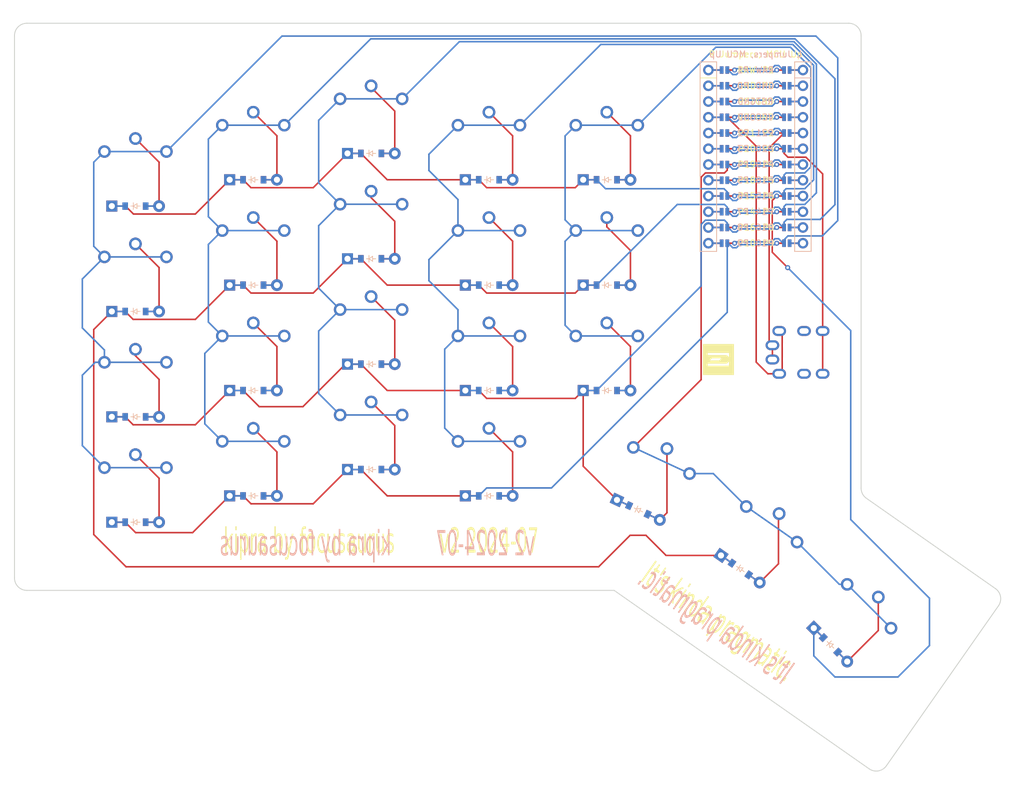
<source format=kicad_pcb>
(kicad_pcb (version 20240108) (generator "pcbnew") (generator_version "8.0")
  (title_block (title "kipra-v2") (rev "v1.0.0") (company "Unknown"))
  (layers (0 "F.Cu" signal) (31 "B.Cu" signal) (34 "B.Paste" user) (35 "F.Paste" user) (36 "B.SilkS" user "B.Silkscreen") (37 "F.SilkS" user "F.Silkscreen") (38 "B.Mask" user) (39 "F.Mask" user) (44 "Edge.Cuts" user))
  (net 0 "")
  (net 1 "P10")
  (net 2 "pinky_one")
  (net 3 "pinky_two")
  (net 4 "pinky_three")
  (net 5 "pinky_four")
  (net 6 "P16")
  (net 7 "ring_one")
  (net 8 "ring_two")
  (net 9 "ring_three")
  (net 10 "ring_four")
  (net 11 "P14")
  (net 12 "middle_one")
  (net 13 "middle_two")
  (net 14 "middle_three")
  (net 15 "middle_four")
  (net 16 "P15")
  (net 17 "index_one")
  (net 18 "index_two")
  (net 19 "index_three")
  (net 20 "index_four")
  (net 21 "P18")
  (net 22 "inner_two")
  (net 23 "inner_three")
  (net 24 "inner_four")
  (net 25 "P19")
  (net 26 "thumb_far")
  (net 27 "thumb_middle")
  (net 28 "thumb_near")
  (net 29 "P9")
  (net 30 "P8")
  (net 31 "P7")
  (net 32 "P6")
  (net 33 "RAW")
  (net 34 "GND")
  (net 35 "RST")
  (net 36 "VCC")
  (net 37 "P21")
  (net 38 "P20")
  (net 39 "P1")
  (net 40 "P0")
  (net 41 "P2")
  (net 42 "P3")
  (net 43 "P4")
  (net 44 "P5")
  (net 45 "MCU1_24")
  (net 46 "MCU1_1")
  (net 47 "MCU1_23")
  (net 48 "MCU1_2")
  (net 49 "MCU1_22")
  (net 50 "MCU1_3")
  (net 51 "MCU1_21")
  (net 52 "MCU1_4")
  (net 53 "MCU1_20")
  (net 54 "MCU1_5")
  (net 55 "MCU1_19")
  (net 56 "MCU1_6")
  (net 57 "MCU1_18")
  (net 58 "MCU1_7")
  (net 59 "MCU1_17")
  (net 60 "MCU1_8")
  (net 61 "MCU1_16")
  (net 62 "MCU1_9")
  (net 63 "MCU1_15")
  (net 64 "MCU1_10")
  (net 65 "MCU1_14")
  (net 66 "MCU1_11")
  (net 67 "MCU1_13")
  (net 68 "MCU1_12")
  (footprint "ComboDiode" (layer "F.Cu") (at 119.577344 83.319367)
    (property "Reference" "D6" (hide yes))
    (property "Value" "" (hide yes))
  )
  (footprint "ComboDiode" (layer "F.Cu") (at 119.577346 100.31936)
    (property "Reference" "D5" (hide yes))
    (property "Value" "" (hide yes))
  )
  (footprint "PG1350" (layer "F.Cu") (at 100.577343 99.569372)
    (property "Reference" "S1" (hide yes))
    (property "Value" "" (hide yes))
  )
  (footprint "PG1350" (layer "F.Cu") (at 157.577341 61.319373)
    (property "Reference" "S15" (hide yes))
    (property "Value" "" (hide yes))
  )
  (footprint "PG1350" (layer "F.Cu") (at 200.974542 108.020736 -35)
    (property "Reference" "S21" (hide yes))
    (property "Value" "" (hide yes))
  )
  (footprint "PG1350" (layer "F.Cu") (at 138.577339 40.069368)
    (property "Reference" "S12" (hide yes))
    (property "Value" "" (hide yes))
  )
  (footprint "PG1350" (layer "F.Cu") (at 157.57734 95.319368)
    (property "Reference" "S13" (hide yes))
    (property "Value" "" (hide yes))
  )
  (footprint "PG1350" (layer "F.Cu") (at 176.577342 44.319374)
    (property "Reference" "S19" (hide yes))
    (property "Value" "" (hide yes))
  )
  (footprint "ComboDiode" (layer "F.Cu") (at 198.106679 112.116498 -35)
    (property "Reference" "D21" (hide yes))
    (property "Value" "" (hide yes))
  )
  (footprint "PG1350" (layer "F.Cu") (at 119.577351 44.319361)
    (property "Reference" "S8" (hide yes))
    (property "Value" "" (hide yes))
  )
  (footprint "TRRS-PJ-320A-dual" (layer "F.Cu") (at 214.577343 78.319371 -90)
    (property "Reference" "TRRS1")
    (property "Value" "TRRS-PJ-320A-dual")
  )
  (footprint "ComboDiode" (layer "F.Cu") (at 119.577343 66.319378)
    (property "Reference" "D7" (hide yes))
    (property "Value" "" (hide yes))
  )
  (footprint "ComboDiode" (layer "F.Cu") (at 157.577344 83.319374)
    (property "Reference" "D14" (hide yes))
    (property "Value" "" (hide yes))
  )
  (footprint "PG1350" (layer "F.Cu") (at 100.577345 48.569371)
    (property "Reference" "S4" (hide yes))
    (property "Value" "" (hide yes))
  )
  (footprint "ComboDiode" (layer "F.Cu") (at 181.667163 102.588021 -25)
    (property "Reference" "D22" (hide yes))
    (property "Value" "" (hide yes))
  )
  (footprint "ComboDiode" (layer "F.Cu") (at 176.577344 66.319364)
    (property "Reference" "D18" (hide yes))
    (property "Value" "" (hide yes))
  )
  (footprint "ComboDiode" (layer "F.Cu") (at 176.577345 83.319369)
    (property "Reference" "D17" (hide yes))
    (property "Value" "" (hide yes))
  )
  (footprint "PG1350" (layer "F.Cu") (at 138.57735 57.069367)
    (property "Reference" "S11" (hide yes))
    (property "Value" "" (hide yes))
  )
  (footprint "ceoloide:utility_ergogen_logo" (layer "F.Cu") (at 194.577344 78.319367)
    (property "Reference" "LOGO1" (hide yes))
    (property "Value" "")
  )
  (footprint "PG1350" (layer "F.Cu") (at 216.177339 120.819379 -45)
    (property "Reference" "S20" (hide yes))
    (property "Value" "" (hide yes))
  )
  (footprint "ComboDiode" (layer "F.Cu") (at 176.577348 49.319366)
    (property "Reference" "D19" (hide yes))
    (property "Value" "" (hide yes))
  )
  (footprint "ceoloide:mcu_nice_nano" (layer "F.Cu") (at 200.577334 44.319369)
    (property "Reference" "MCU1" (hide yes))
    (property "Value" "")
  )
  (footprint "PG1350" (layer "F.Cu") (at 157.577342 44.319365)
    (property "Reference" "S16" (hide yes))
    (property "Value" "" (hide yes))
  )
  (footprint "ComboDiode" (layer "F.Cu") (at 100.577337 104.569367)
    (property "Reference" "D1" (hide yes))
    (property "Value" "" (hide yes))
  )
  (footprint "ComboDiode" (layer "F.Cu") (at 157.577343 100.319372)
    (property "Reference" "D13" (hide yes))
    (property "Value" "" (hide yes))
  )
  (footprint "ComboDiode" (layer "F.Cu") (at 100.577333 70.569376)
    (property "Reference" "D3" (hide yes))
    (property "Value" "" (hide yes))
  )
  (footprint "ComboDiode" (layer "F.Cu") (at 138.577335 62.069368)
    (property "Reference" "D11" (hide yes))
    (property "Value" "" (hide yes))
  )
  (footprint "ComboDiode" (layer "F.Cu") (at 157.577342 49.319371)
    (property "Reference" "D16" (hide yes))
    (property "Value" "" (hide yes))
  )
  (footprint "ComboDiode" (layer "F.Cu") (at 138.577347 79.06937)
    (property "Reference" "D10" (hide yes))
    (property "Value" "" (hide yes))
  )
  (footprint "ComboDiode" (layer "F.Cu") (at 212.641809 124.354901 -45)
    (property "Reference" "D20" (hide yes))
    (property "Value" "" (hide yes))
  )
  (footprint "PG1350" (layer "F.Cu") (at 183.780259 98.056473 -25)
    (property "Reference" "S22" (hide yes))
    (property "Value" "" (hide yes))
  )
  (footprint "PG1350" (layer "F.Cu") (at 119.577349 95.319372)
    (property "Reference" "S5" (hide yes))
    (property "Value" "" (hide yes))
  )
  (footprint "ComboDiode" (layer "F.Cu") (at 119.577335 49.319366)
    (property "Reference" "D8" (hide yes))
    (property "Value" "" (hide yes))
  )
  (footprint "PG1350" (layer "F.Cu") (at 100.57734 65.569376)
    (property "Reference" "S3" (hide yes))
    (property "Value" "" (hide yes))
  )
  (footprint "PG1350" (layer "F.Cu") (at 100.577343 82.569366)
    (property "Reference" "S2" (hide yes))
    (property "Value" "" (hide yes))
  )
  (footprint "ComboDiode" (layer "F.Cu") (at 138.577343 96.069376)
    (property "Reference" "D9" (hide yes))
    (property "Value" "" (hide yes))
  )
  (footprint "PG1350" (layer "F.Cu") (at 119.577338 78.319367)
    (property "Reference" "S6" (hide yes))
    (property "Value" "" (hide yes))
  )
  (footprint "ComboDiode" (layer "F.Cu") (at 157.577338 66.31937)
    (property "Reference" "D15" (hide yes))
    (property "Value" "" (hide yes))
  )
  (footprint "ComboDiode" (layer "F.Cu") (at 138.577345 45.069367)
    (property "Reference" "D12" (hide yes))
    (property "Value" "" (hide yes))
  )
  (footprint "ComboDiode" (layer "F.Cu") (at 100.577343 53.569367)
    (property "Reference" "D4" (hide yes))
    (property "Value" "" (hide yes))
  )
  (footprint "PG1350" (layer "F.Cu") (at 138.577345 91.069367)
    (property "Reference" "S9" (hide yes))
    (property "Value" "" (hide yes))
  )
  (footprint "PG1350" (layer "F.Cu") (at 176.577343 78.319367)
    (property "Reference" "S17" (hide yes))
    (property "Value" "" (hide yes))
  )
  (footprint "PG1350" (layer "F.Cu") (at 157.577342 78.319366)
    (property "Reference" "S14" (hide yes))
    (property "Value" "" (hide yes))
  )
  (footprint "PG1350" (layer "F.Cu") (at 119.577343 61.319369)
    (property "Reference" "S7" (hide yes))
    (property "Value" "" (hide yes))
  )
  (footprint "ComboDiode" (layer "F.Cu") (at 100.577335 87.569373)
    (property "Reference" "D2" (hide yes))
    (property "Value" "" (hide yes))
  )
  (footprint "PG1350" (layer "F.Cu") (at 138.577349 74.069366)
    (property "Reference" "S10" (hide yes))
    (property "Value" "" (hide yes))
  )
  (footprint "PG1350" (layer "F.Cu") (at 176.57735 61.319378)
    (property "Reference" "S18" (hide yes))
    (property "Value" "" (hide yes))
  )
  (gr_line (start 81.077341 113.569373) (end 81.077337 26.069374) (stroke (width 0.15)) (layer "Edge.Cuts"))
  (gr_arc (start 215.577349 24.069364) (mid 216.991569 24.655154) (end 217.57734 26.069373) (stroke (width 0.15)) (layer "Edge.Cuts"))
  (gr_arc (start 83.07734 115.569367) (mid 81.663129 114.983582) (end 81.077341 113.569373) (stroke (width 0.15)) (layer "Edge.Cuts"))
  (gr_line (start 83.077346 24.06937) (end 215.577349 24.069364) (stroke (width 0.15)) (layer "Edge.Cuts"))
  (gr_arc (start 81.077337 26.069374) (mid 81.663126 24.655154) (end 83.077346 24.06937) (stroke (width 0.15)) (layer "Edge.Cuts"))
  (gr_arc (start 221.655166 143.865015) (mid 220.364151 144.687484) (end 218.869697 144.356163) (stroke (width 0.15)) (layer "Edge.Cuts"))
  (gr_arc (start 239.231674 115.276268) (mid 240.054139 116.567281) (end 239.722817 118.06173) (stroke (width 0.15)) (layer "Edge.Cuts"))
  (gr_line (start 83.07734 115.569367) (end 177.757904 115.56937) (stroke (width 0.15)) (layer "Edge.Cuts"))
  (gr_line (start 177.757904 115.56937) (end 218.869697 144.356163) (stroke (width 0.15)) (layer "Edge.Cuts"))
  (gr_line (start 221.655166 143.865013) (end 239.722817 118.06173) (stroke (width 0.15)) (layer "Edge.Cuts"))
  (gr_arc (start 218.430191 100.710914) (mid 217.803323 99.996109) (end 217.577346 99.072614) (stroke (width 0.15)) (layer "Edge.Cuts"))
  (gr_line (start 217.577346 99.072614) (end 217.57734 26.069373) (stroke (width 0.15)) (layer "Edge.Cuts"))
  (gr_line (start 218.430192 100.710916) (end 239.231674 115.276268) (stroke (width 0.15)) (layer "Edge.Cuts"))
  (gr_text "It's kinda pragmatic." (at 194 121.25 -35) (layer "B.SilkS") (effects (font (size 4 2)) (justify mirror)))
  (gr_text "kipra by focusaurus" (at 128 108.25 0) (layer "B.SilkS") (effects (font (size 4 2)) (justify mirror)))
  (gr_text "v2 2024-07" (at 157 108.25 0) (layer "B.SilkS") (effects (font (size 4 2)) (justify mirror)))
  (gr_text "It's kinda pragmatic." (at 194.577343 120.819371 -35) (layer "F.SilkS") (effects (font (size 4 2))))
  (gr_text "kipra by focusaurus" (at 128.577336 107.819369 0) (layer "F.SilkS") (effects (font (size 4 2))))
  (gr_text "v2 2024-07" (at 157.577339 107.819369 0) (layer "F.SilkS") (effects (font (size 4 2))))
  (segment (start 195.997347 59.559369) (end 197.177341 59.559369) (width 0.25) (layer "F.Cu") (net 1))
  (segment (start 92.017349 65.329369) (end 92.017341 73.229364) (width 0.25) (layer "B.Cu") (net 1))
  (segment (start 95.577346 78.769369) (end 105.577341 78.769367) (width 0.25) (layer "B.Cu") (net 1))
  (segment (start 95.577345 44.769367) (end 93.851447 46.495277) (width 0.25) (layer "B.Cu") (net 1))
  (segment (start 93.851447 46.495277) (end 93.851445 60.043464) (width 0.25) (layer "B.Cu") (net 1))
  (segment (start 95.577344 95.769371) (end 105.577345 95.769362) (width 0.25) (layer "B.Cu") (net 1))
  (segment (start 205.002643 59.157357) (end 205.002643 59.559371) (width 0.25) (layer "B.Cu") (net 1))
  (segment (start 92.017338 80.849367) (end 94.097341 78.769366) (width 0.25) (layer "B.Cu") (net 1))
  (segment (start 205.775631 58.384369) (end 205.002643 59.157357) (width 0.25) (layer "B.Cu") (net 1))
  (segment (start 205.002643 59.559371) (end 204.277646 58.834362) (width 0.25) (layer "B.Cu") (net 1))
  (segment (start 105.577345 44.769371) (end 124.206716 26.14) (width 0.25) (layer "B.Cu") (net 1))
  (segment (start 93.851445 60.043464) (end 95.577341 61.769372) (width 0.25) (layer "B.Cu") (net 1))
  (segment (start 203.172037 59.339372) (end 197.397344 59.339368) (width 0.25) (layer "B.Cu") (net 1))
  (segment (start 210.292792 26.14) (end 213.81 29.657208) (width 0.25) (layer "B.Cu") (net 1))
  (segment (start 213.81 29.657208) (end 213.81 55.905932) (width 0.25) (layer "B.Cu") (net 1))
  (segment (start 95.577345 44.769367) (end 105.57734 44.769369) (width 0.25) (layer "B.Cu") (net 1))
  (segment (start 213.81 55.905932) (end 211.331563 58.384369) (width 0.25) (layer "B.Cu") (net 1))
  (segment (start 204.277646 58.834362) (end 203.677033 58.834368) (width 0.25) (layer "B.Cu") (net 1))
  (segment (start 92.017337 92.209373) (end 92.017338 80.849367) (width 0.25) (layer "B.Cu") (net 1))
  (segment (start 95.577343 76.78937) (end 95.577346 78.769369) (width 0.25) (layer "B.Cu") (net 1))
  (segment (start 205.352348 59.559371) (end 205.002643 59.559371) (width 0.25) (layer "B.Cu") (net 1))
  (segment (start 211.331563 58.384369) (end 205.775631 58.384369) (width 0.25) (layer "B.Cu") (net 1))
  (segment (start 203.677033 58.834368) (end 203.172037 59.339372) (width 0.25) (layer "B.Cu") (net 1))
  (segment (start 92.017341 73.229364) (end 95.577343 76.78937) (width 0.25) (layer "B.Cu") (net 1))
  (segment (start 94.097341 78.769366) (end 95.577346 78.769369) (width 0.25) (layer "B.Cu") (net 1))
  (segment (start 95.577341 61.769372) (end 105.57735 61.769367) (width 0.25) (layer "B.Cu") (net 1))
  (segment (start 95.577344 95.769371) (end 92.017337 92.209373) (width 0.25) (layer "B.Cu") (net 1))
  (segment (start 95.577341 61.769372) (end 92.017349 65.329369) (width 0.25) (layer "B.Cu") (net 1))
  (segment (start 124.206716 26.14) (end 210.292792 26.14) (width 0.25) (layer "B.Cu") (net 1))
  (segment (start 104.387337 97.479366) (end 104.387337 104.569367) (width 0.25) (layer "F.Cu") (net 2))
  (segment (start 100.577343 93.669372) (end 104.387337 97.479366) (width 0.25) (layer "F.Cu") (net 2))
  (segment (start 104.387337 104.569367) (end 102.227337 104.569367) (width 0.25) (layer "F.Cu") (net 2))
  (segment (start 102.227341 104.569366) (end 104.387343 104.569366) (width 0.25) (layer "B.Cu") (net 2))
  (segment (start 104.387335 81.527335) (end 104.387335 87.569373) (width 0.25) (layer "F.Cu") (net 3))
  (segment (start 100.577343 76.669366) (end 100.577343 77.717343) (width 0.25) (layer "F.Cu") (net 3))
  (segment (start 100.577343 77.717343) (end 104.387335 81.527335) (width 0.25) (layer "F.Cu") (net 3))
  (segment (start 102.227335 87.569373) (end 104.387335 87.569373) (width 0.25) (layer "F.Cu") (net 3))
  (segment (start 102.227337 87.569365) (end 104.387337 87.569365) (width 0.25) (layer "B.Cu") (net 3))
  (segment (start 104.387333 63.479369) (end 104.387333 70.569376) (width 0.25) (layer "F.Cu") (net 4))
  (segment (start 100.57734 59.669376) (end 104.387333 63.479369) (width 0.25) (layer "F.Cu") (net 4))
  (segment (start 102.227333 70.569376) (end 104.387333 70.569376) (width 0.25) (layer "F.Cu") (net 4))
  (segment (start 102.227339 70.569367) (end 104.387346 70.569367) (width 0.25) (layer "B.Cu") (net 4))
  (segment (start 100.577345 42.669371) (end 104.387343 46.479369) (width 0.25) (layer "F.Cu") (net 5))
  (segment (start 102.227343 53.569367) (end 104.387343 53.569367) (width 0.25) (layer "F.Cu") (net 5))
  (segment (start 104.387343 46.479369) (end 104.387343 53.569367) (width 0.25) (layer "F.Cu") (net 5))
  (segment (start 102.227343 53.569372) (end 104.387345 53.569366) (width 0.25) (layer "B.Cu") (net 5))
  (segment (start 195.997348 57.019367) (end 197.177347 57.019374) (width 0.25) (layer "F.Cu") (net 6))
  (segment (start 114.577341 74.519367) (end 124.577341 74.519371) (width 0.25) (layer "B.Cu") (net 6))
  (segment (start 112.337349 72.279374) (end 112.337342 59.759365) (width 0.25) (layer "B.Cu") (net 6))
  (segment (start 205.002645 57.019372) (end 204.277647 56.294368) (width 0.25) (layer "B.Cu") (net 6))
  (segment (start 114.577347 91.519371) (end 124.577348 91.519371) (width 0.25) (layer "B.Cu") (net 6))
  (segment (start 124.577348 91.519371) (end 124.577349 91.519372) (width 0.25) (layer "B.Cu") (net 6))
  (segment (start 114.577349 57.519369) (end 124.577344 57.519367) (width 0.25) (layer "B.Cu") (net 6))
  (segment (start 203.172037 56.799364) (end 197.39734 56.799368) (width 0.25) (layer "B.Cu") (net 6))
  (segment (start 112.337349 55.279365) (end 112.337348 42.759373) (width 0.25) (layer "B.Cu") (net 6))
  (segment (start 114.577349 57.519369) (end 112.337349 55.279365) (width 0.25) (layer "B.Cu") (net 6))
  (segment (start 138.506712 26.59) (end 206.93 26.59) (width 0.25) (layer "B.Cu") (net 6))
  (segment (start 112.337342 59.759365) (end 114.577349 57.519369) (width 0.25) (layer "B.Cu") (net 6))
  (segment (start 111.76 88.702024) (end 111.76 77.336702) (width 0.25) (layer "B.Cu") (net 6))
  (segment (start 205.607166 55.719536) (end 205.157333 56.169369) (width 0.25) (layer "B.Cu") (net 6))
  (segment (start 203.677038 56.294372) (end 203.172037 56.799364) (width 0.25) (layer "B.Cu") (net 6))
  (segment (start 112.337348 42.759373) (end 114.577343 40.51937) (width 0.25) (layer "B.Cu") (net 6))
  (segment (start 114.577347 91.519371) (end 111.76 88.702024) (width 0.25) (layer "B.Cu") (net 6))
  (segment (start 114.577341 74.519367) (end 112.337349 72.279374) (width 0.25) (layer "B.Cu") (net 6))
  (segment (start 114.577343 40.51937) (end 124.577342 40.519369) (width 0.25) (layer "B.Cu") (net 6))
  (segment (start 111.76 77.336702) (end 114.577336 74.519366) (width 0.25) (layer "B.Cu") (net 6))
  (segment (start 210.980464 55.719536) (end 205.607166 55.719536) (width 0.25) (layer "B.Cu") (net 6))
  (segment (start 206.93 26.59) (end 213.36 33.02) (width 0.25) (layer "B.Cu") (net 6))
  (segment (start 205.157333 56.169369) (end 205.157333 57.019369) (width 0.25) (layer "B.Cu") (net 6))
  (segment (start 124.577351 40.519361) (end 138.506712 26.59) (width 0.25) (layer "B.Cu") (net 6))
  (segment (start 213.36 53.34) (end 210.980464 55.719536) (width 0.25) (layer "B.Cu") (net 6))
  (segment (start 205.352346 57.019374) (end 205.002645 57.019372) (width 0.25) (layer "B.Cu") (net 6))
  (segment (start 204.277647 56.294368) (end 203.677038 56.294372) (width 0.25) (layer "B.Cu") (net 6))
  (segment (start 213.36 33.02) (end 213.36 53.34) (width 0.25) (layer "B.Cu") (net 6))
  (segment (start 123.387346 100.31936) (end 121.227346 100.31936) (width 0.25) (layer "F.Cu") (net 7))
  (segment (start 119.577349 89.419372) (end 123.387346 93.229369) (width 0.25) (layer "F.Cu") (net 7))
  (segment (start 123.387346 93.229369) (end 123.387346 100.31936) (width 0.25) (layer "F.Cu") (net 7))
  (segment (start 121.227338 100.319365) (end 123.387347 100.319364) (width 0.25) (layer "B.Cu") (net 7))
  (segment (start 123.387344 76.229373) (end 123.387344 83.319367) (width 0.25) (layer "F.Cu") (net 8))
  (segment (start 119.577338 72.419367) (end 123.387344 76.229373) (width 0.25) (layer "F.Cu") (net 8))
  (segment (start 121.227344 83.319367) (end 123.387344 83.319367) (width 0.25) (layer "F.Cu") (net 8))
  (segment (start 121.227347 83.319374) (end 123.387341 83.319367) (width 0.25) (layer "B.Cu") (net 8))
  (segment (start 119.577343 55.419369) (end 123.387343 59.229369) (width 0.25) (layer "F.Cu") (net 9))
  (segment (start 121.227343 66.319378) (end 123.387343 66.319378) (width 0.25) (layer "F.Cu") (net 9))
  (segment (start 123.387343 59.229369) (end 123.387343 66.319378) (width 0.25) (layer "F.Cu") (net 9))
  (segment (start 121.227344 66.319369) (end 123.387341 66.319366) (width 0.25) (layer "B.Cu") (net 9))
  (segment (start 119.577351 38.419361) (end 123.387335 42.229345) (width 0.25) (layer "F.Cu") (net 10))
  (segment (start 123.387335 42.229345) (end 123.387335 49.319366) (width 0.25) (layer "F.Cu") (net 10))
  (segment (start 121.227335 49.319366) (end 123.387335 49.319366) (width 0.25) (layer "F.Cu") (net 10))
  (segment (start 121.227343 49.319366) (end 123.387347 49.319373) (width 0.25) (layer "B.Cu") (net 10))
  (segment (start 195.997343 54.479368) (end 197.177346 54.479371) (width 0.25) (layer "F.Cu") (net 11))
  (segment (start 130.117349 39.72937) (end 133.577342 36.269364) (width 0.25) (layer "B.Cu") (net 11))
  (segment (start 205.002643 54.479376) (end 204.277654 53.754362) (width 0.25) (layer "B.Cu") (net 11))
  (segment (start 205.352337 54.479367) (end 205.002643 54.479376) (width 0.25) (layer "B.Cu") (net 11))
  (segment (start 203.17204 54.25937) (end 197.397349 54.259376) (width 0.25) (layer "B.Cu") (net 11))
  (segment (start 130.117348 49.809367) (end 130.117349 39.72937) (width 0.25) (layer "B.Cu") (net 11))
  (segment (start 133.577339 87.269367) (end 143.577349 87.26937) (width 0.25) (layer "B.Cu") (net 11))
  (segment (start 205.157334 53.629369) (end 205.157334 54.479369) (width 0.25) (layer "B.Cu") (net 11))
  (segment (start 133.57734 53.269365) (end 143.577345 53.269372) (width 0.25) (layer "B.Cu") (net 11))
  (segment (start 130.117339 73.72937) (end 133.577342 70.269362) (width 0.25) (layer "B.Cu") (net 11))
  (segment (start 130.117348 56.729368) (end 133.57734 53.269365) (width 0.25) (layer "B.Cu") (net 11))
  (segment (start 133.57734 53.269365) (end 130.117348 49.809367) (width 0.25) (layer "B.Cu") (net 11))
  (segment (start 133.577342 36.269364) (end 143.577337 36.269367) (width 0.25) (layer "B.Cu") (net 11))
  (segment (start 208.494035 53.304369) (end 205.482334 53.304369) (width 0.25) (layer "B.Cu") (net 11))
  (segment (start 133.577342 70.269362) (end 143.577347 70.269374) (width 0.25) (layer "B.Cu") (net 11))
  (segment (start 204.277654 53.754362) (end 203.677042 53.754374) (width 0.25) (layer "B.Cu") (net 11))
  (segment (start 152.806707 27.04) (end 206.743604 27.04) (width 0.25) (layer "B.Cu") (net 11))
  (segment (start 130.117339 83.809373) (end 130.117339 73.72937) (width 0.25) (layer "B.Cu") (net 11))
  (segment (start 210.37 30.666396) (end 210.37 51.428404) (width 0.25) (layer "B.Cu") (net 11))
  (segment (start 133.577342 70.269362) (end 130.117346 66.809369) (width 0.25) (layer "B.Cu") (net 11))
  (segment (start 130.117346 66.809369) (end 130.117348 56.729368) (width 0.25) (layer "B.Cu") (net 11))
  (segment (start 210.37 51.428404) (end 208.494035 53.304369) (width 0.25) (layer "B.Cu") (net 11))
  (segment (start 206.743604 27.04) (end 210.37 30.666396) (width 0.25) (layer "B.Cu") (net 11))
  (segment (start 133.577339 87.269367) (end 130.117339 83.809373) (width 0.25) (layer "B.Cu") (net 11))
  (segment (start 205.482334 53.304369) (end 205.157334 53.629369) (width 0.25) (layer "B.Cu") (net 11))
  (segment (start 143.577339 36.269368) (end 152.806707 27.04) (width 0.25) (layer "B.Cu") (net 11))
  (segment (start 203.677042 53.754374) (end 203.17204 54.25937) (width 0.25) (layer "B.Cu") (net 11))
  (segment (start 142.387343 88.979365) (end 142.387343 96.069376) (width 0.25) (layer "F.Cu") (net 12))
  (segment (start 140.227343 96.069376) (end 142.387343 96.069376) (width 0.25) (layer "F.Cu") (net 12))
  (segment (start 138.577345 85.169367) (end 142.387343 88.979365) (width 0.25) (layer "F.Cu") (net 12))
  (segment (start 142.387342 96.069374) (end 140.227343 96.069372) (width 0.25) (layer "B.Cu") (net 12))
  (segment (start 142.387347 79.06937) (end 140.227347 79.06937) (width 0.25) (layer "F.Cu") (net 13))
  (segment (start 142.387347 71.979364) (end 142.387347 79.06937) (width 0.25) (layer "F.Cu") (net 13))
  (segment (start 138.577349 68.169366) (end 142.387347 71.979364) (width 0.25) (layer "F.Cu") (net 13))
  (segment (start 140.227336 79.069371) (end 142.387345 79.069371) (width 0.25) (layer "B.Cu") (net 13))
  (segment (start 138.57735 51.169367) (end 138.57735 52.21735) (width 0.25) (layer "F.Cu") (net 14))
  (segment (start 142.387335 56.027335) (end 142.387335 62.069368) (width 0.25) (layer "F.Cu") (net 14))
  (segment (start 138.57735 52.21735) (end 142.387335 56.027335) (width 0.25) (layer "F.Cu") (net 14))
  (segment (start 142.387335 62.069368) (end 140.227335 62.069368) (width 0.25) (layer "F.Cu") (net 14))
  (segment (start 140.227343 62.069367) (end 142.387342 62.069364) (width 0.25) (layer "B.Cu") (net 14))
  (segment (start 138.577339 34.437339) (end 142.387345 38.247345) (width 0.25) (layer "F.Cu") (net 15))
  (segment (start 138.577339 34.169368) (end 138.577339 34.437339) (width 0.25) (layer "F.Cu") (net 15))
  (segment (start 142.387345 38.247345) (end 142.387345 45.069367) (width 0.25) (layer "F.Cu") (net 15))
  (segment (start 142.387345 45.069367) (end 140.227345 45.069367) (width 0.25) (layer "F.Cu") (net 15))
  (segment (start 140.227345 45.069367) (end 142.387345 45.069367) (width 0.25) (layer "B.Cu") (net 15))
  (segment (start 195.997334 51.939366) (end 197.177346 51.939368) (width 0.25) (layer "F.Cu") (net 16))
  (segment (start 203.677051 51.214374) (end 203.172039 51.719368) (width 0.25) (layer "B.Cu") (net 16))
  (segment (start 205.157334 51.089369) (end 205.157334 51.939369) (width 0.25) (layer "B.Cu") (net 16))
  (segment (start 205.002646 51.939368) (end 204.277645 51.214367) (width 0.25) (layer "B.Cu") (net 16))
  (segment (start 175.606707 27.49) (end 206.557208 27.49) (width 0.25) (layer "B.Cu") (net 16))
  (segment (start 152.577344 91.519368) (end 162.577347 91.519365) (width 0.25) (layer "B.Cu") (net 16))
  (segment (start 147.897344 65.60938) (end 147.897344 62.199368) (width 0.25) (layer "B.Cu") (net 16))
  (segment (start 205.352344 51.939365) (end 205.002646 51.939368) (width 0.25) (layer "B.Cu") (net 16))
  (segment (start 203.172039 51.719368) (end 197.39734 51.719373) (width 0.25) (layer "B.Cu") (net 16))
  (segment (start 204.277645 51.214367) (end 203.677051 51.214374) (width 0.25) (layer "B.Cu") (net 16))
  (segment (start 209.92 49.338402) (end 208.494033 50.764369) (width 0.25) (layer "B.Cu") (net 16))
  (segment (start 147.897345 45.199375) (end 152.577345 40.519372) (width 0.25) (layer "B.Cu") (net 16))
  (segment (start 206.557208 27.49) (end 209.92 30.852792) (width 0.25) (layer "B.Cu") (net 16))
  (segment (start 162.577342 40.519365) (end 175.606707 27.49) (width 0.25) (layer "B.Cu") (net 16))
  (segment (start 209.92 30.852792) (end 209.92 49.338402) (width 0.25) (layer "B.Cu") (net 16))
  (segment (start 152.577345 40.519372) (end 162.577349 40.519375) (width 0.25) (layer "B.Cu") (net 16))
  (segment (start 150.437343 89.37937) (end 150.43735 76.65937) (width 0.25) (layer "B.Cu") (net 16))
  (segment (start 208.494033 50.764369) (end 205.482334 50.764369) (width 0.25) (layer "B.Cu") (net 16))
  (segment (start 152.577351 57.519365) (end 162.577353 57.519372) (width 0.25) (layer "B.Cu") (net 16))
  (segment (start 152.577344 91.519368) (end 150.437343 89.37937) (width 0.25) (layer "B.Cu") (net 16))
  (segment (start 152.577338 52.509367) (end 147.897351 47.829365) (width 0.25) (layer "B.Cu") (net 16))
  (segment (start 150.43735 76.65937) (end 152.577344 74.519371) (width 0.25) (layer "B.Cu") (net 16))
  (segment (start 152.577343 70.289371) (end 147.897344 65.60938) (width 0.25) (layer "B.Cu") (net 16))
  (segment (start 152.577351 57.519365) (end 152.577338 52.509367) (width 0.25) (layer "B.Cu") (net 16))
  (segment (start 152.577344 74.519371) (end 162.577348 74.519368) (width 0.25) (layer "B.Cu") (net 16))
  (segment (start 205.482334 50.764369) (end 205.157334 51.089369) (width 0.25) (layer "B.Cu") (net 16))
  (segment (start 147.897351 47.829365) (end 147.897345 45.199375) (width 0.25) (layer "B.Cu") (net 16))
  (segment (start 152.577344 74.519371) (end 152.577343 70.289371) (width 0.25) (layer "B.Cu") (net 16))
  (segment (start 147.897344 62.199368) (end 152.577351 57.519365) (width 0.25) (layer "B.Cu") (net 16))
  (segment (start 161.387343 93.229371) (end 161.387343 100.319372) (width 0.25) (layer "F.Cu") (net 17))
  (segment (start 157.57734 89.419368) (end 161.387343 93.229371) (width 0.25) (layer "F.Cu") (net 17))
  (segment (start 159.227343 100.319372) (end 161.387343 100.319372) (width 0.25) (layer "F.Cu") (net 17))
  (segment (start 161.387346 100.319373) (end 159.22734 100.319372) (width 0.25) (layer "B.Cu") (net 17))
  (segment (start 161.387344 83.319374) (end 159.227344 83.319374) (width 0.25) (layer "F.Cu") (net 18))
  (segment (start 157.577342 72.419366) (end 161.387344 76.229368) (width 0.25) (layer "F.Cu") (net 18))
  (segment (start 161.387344 76.229368) (end 161.387344 83.319374) (width 0.25) (layer "F.Cu") (net 18))
  (segment (start 159.227344 83.319374) (end 161.387344 83.319374) (width 0.25) (layer "B.Cu") (net 18))
  (segment (start 157.577341 55.419373) (end 161.387338 59.22937) (width 0.25) (layer "F.Cu") (net 19))
  (segment (start 161.387338 66.31937) (end 159.227338 66.31937) (width 0.25) (layer "F.Cu") (net 19))
  (segment (start 161.387338 59.22937) (end 161.387338 66.31937) (width 0.25) (layer "F.Cu") (net 19))
  (segment (start 159.227338 66.31937) (end 161.387338 66.31937) (width 0.25) (layer "B.Cu") (net 19))
  (segment (start 161.387342 42.229365) (end 161.387342 49.319371) (width 0.25) (layer "F.Cu") (net 20))
  (segment (start 157.577342 38.419365) (end 161.387342 42.229365) (width 0.25) (layer "F.Cu") (net 20))
  (segment (start 161.387342 49.319371) (end 159.227342 49.319371) (width 0.25) (layer "F.Cu") (net 20))
  (segment (start 159.227342 49.319371) (end 161.387342 49.319371) (width 0.25) (layer "B.Cu") (net 20))
  (segment (start 195.997349 49.399369) (end 197.177342 49.399368) (width 0.25) (layer "F.Cu") (net 21))
  (segment (start 204.277646 48.674364) (end 203.677041 48.674363) (width 0.25) (layer "B.Cu") (net 21))
  (segment (start 171.577341 40.519371) (end 181.577349 40.519364) (width 0.25) (layer "B.Cu") (net 21))
  (segment (start 169.851443 42.245272) (end 171.577341 40.519371) (width 0.25) (layer "B.Cu") (net 21))
  (segment (start 171.577343 74.519367) (end 181.577345 74.519373) (width 0.25) (layer "B.Cu") (net 21))
  (segment (start 209.47 47.248404) (end 208.494035 48.224369) (width 0.25) (layer "B.Cu") (net 21))
  (segment (start 205.002643 49.399378) (end 204.277646 48.674364) (width 0.25) (layer "B.Cu") (net 21))
  (segment (start 169.851449 72.793469) (end 169.851443 59.245276) (width 0.25) (layer "B.Cu") (net 21))
  (segment (start 206.179666 27.94) (end 209.47 31.230334) (width 0.25) (layer "B.Cu") (net 21))
  (segment (start 205.157333 48.549371) (end 205.157333 49.399371) (width 0.25) (layer "B.Cu") (net 21))
  (segment (start 171.577343 74.519367) (end 169.851449 72.793469) (width 0.25) (layer "B.Cu") (net 21))
  (segment (start 171.577346 57.519365) (end 169.851446 55.793466) (width 0.25) (layer "B.Cu") (net 21))
  (segment (start 205.482335 48.224369) (end 205.157333 48.549371) (width 0.25) (layer "B.Cu") (net 21))
  (segment (start 208.494035 48.224369) (end 205.482335 48.224369) (width 0.25) (layer "B.Cu") (net 21))
  (segment (start 209.47 31.230334) (end 209.47 47.248404) (width 0.25) (layer "B.Cu") (net 21))
  (segment (start 169.851446 55.793466) (end 169.851443 42.245272) (width 0.25) (layer "B.Cu") (net 21))
  (segment (start 203.677041 48.674363) (end 203.172045 49.17937) (width 0.25) (layer "B.Cu") (net 21))
  (segment (start 171.577346 57.519365) (end 181.577347 57.51937) (width 0.25) (layer "B.Cu") (net 21))
  (segment (start 203.172045 49.17937) (end 197.397338 49.17937) (width 0.25) (layer "B.Cu") (net 21))
  (segment (start 205.352344 49.399368) (end 205.002643 49.399378) (width 0.25) (layer "B.Cu") (net 21))
  (segment (start 181.577342 40.519374) (end 194.156716 27.94) (width 0.25) (layer "B.Cu") (net 21))
  (segment (start 194.156716 27.94) (end 206.179666 27.94) (width 0.25) (layer "B.Cu") (net 21))
  (segment (start 169.851443 59.245276) (end 171.577346 57.519365) (width 0.25) (layer "B.Cu") (net 21))
  (segment (start 178.227345 83.319369) (end 180.387345 83.319369) (width 0.25) (layer "F.Cu") (net 22))
  (segment (start 180.387345 76.229369) (end 180.387345 83.319369) (width 0.25) (layer "F.Cu") (net 22))
  (segment (start 176.577343 72.419367) (end 180.387345 76.229369) (width 0.25) (layer "F.Cu") (net 22))
  (segment (start 180.387346 83.319368) (end 178.227341 83.319368) (width 0.25) (layer "B.Cu") (net 22))
  (segment (start 180.387346 60.726662) (end 176.577344 56.91666) (width 0.25) (layer "F.Cu") (net 23))
  (segment (start 180.387346 66.319367) (end 180.387346 60.726662) (width 0.25) (layer "F.Cu") (net 23))
  (segment (start 178.227344 66.319364) (end 180.387344 66.319364) (width 0.25) (layer "F.Cu") (net 23))
  (segment (start 176.577344 56.91666) (end 176.577344 55.419376) (width 0.25) (layer "F.Cu") (net 23))
  (segment (start 178.227344 66.31937) (end 180.387346 66.319367) (width 0.25) (layer "B.Cu") (net 23))
  (segment (start 180.387348 42.22938) (end 180.387348 49.319366) (width 0.25) (layer "F.Cu") (net 24))
  (segment (start 178.227341 49.319368) (end 180.387341 49.319369) (width 0.25) (layer "F.Cu") (net 24))
  (segment (start 176.577342 38.419374) (end 180.387348 42.22938) (width 0.25) (layer "F.Cu") (net 24))
  (segment (start 180.387341 49.319369) (end 178.227341 49.319368) (width 0.25) (layer "B.Cu") (net 24))
  (segment (start 192.470633 48.224369) (end 195.544369 48.224369) (width 0.25) (layer "F.Cu") (net 25))
  (segment (start 195.997332 46.859371) (end 197.177337 46.859369) (width 0.25) (layer "F.Cu") (net 25))
  (segment (start 191.782334 48.912668) (end 192.470633 48.224369) (width 0.25) (layer "F.Cu") (net 25))
  (segment (start 180.854669 92.499412) (end 191.782334 81.571747) (width 0.25) (layer "F.Cu") (net 25))
  (segment (start 195.544369 48.224369) (end 195.997334 47.771404) (width 0.25) (layer "F.Cu") (net 25))
  (segment (start 191.782334 81.571747) (end 191.782334 48.912668) (width 0.25) (layer "F.Cu") (net 25))
  (segment (start 195.997334 47.771404) (end 195.997334 46.859369) (width 0.25) (layer "F.Cu") (net 25))
  (segment (start 205.002651 46.859369) (end 204.277647 46.134365) (width 0.25) (layer "B.Cu") (net 25))
  (segment (start 199.058375 102.040077) (end 207.249887 107.77584) (width 0.25) (layer "B.Cu") (net 25))
  (segment (start 205.35234 46.859371) (end 205.002651 46.859369) (width 0.25) (layer "B.Cu") (net 25))
  (segment (start 207.249895 107.775838) (end 214.07089 114.596836) (width 0.25) (layer "B.Cu") (net 25))
  (segment (start 180.854665 92.499417) (end 189.917744 96.725598) (width 0.25) (layer "B.Cu") (net 25))
  (segment (start 215.328804 114.596828) (end 222.399876 121.667896) (width 0.25) (layer "B.Cu") (net 25))
  (segment (start 222.399876 121.667896) (end 222.399874 121.667897) (width 0.25) (layer "B.Cu") (net 25))
  (segment (start 203.17204 46.63937) (end 197.397343 46.639369) (width 0.25) (layer "B.Cu") (net 25))
  (segment (start 204.277647 46.134365) (end 203.677034 46.134362) (width 0.25) (layer "B.Cu") (net 25))
  (segment (start 189.917744 96.725598) (end 189.917743 96.7256) (width 0.25) (layer "B.Cu") (net 25))
  (segment (start 193.7439 96.725598) (end 199.058375 102.04008) (width 0.25) (layer "B.Cu") (net 25))
  (segment (start 214.07089 114.596836) (end 215.328808 114.596836) (width 0.25) (layer "B.Cu") (net 25))
  (segment (start 207.249887 107.77584) (end 207.249889 107.775841) (width 0.25) (layer "B.Cu") (net 25))
  (segment (start 203.677034 46.134362) (end 203.17204 46.63937) (width 0.25) (layer "B.Cu") (net 25))
  (segment (start 189.917748 96.725603) (end 193.7439 96.725598) (width 0.25) (layer "B.Cu") (net 25))
  (segment (start 215.335886 127.048978) (end 220.349269 122.035595) (width 0.25) (layer "F.Cu") (net 26))
  (segment (start 215.335886 127.048971) (end 215.335889 127.048978) (width 0.25) (layer "F.Cu") (net 26))
  (segment (start 213.808527 125.521627) (end 215.335886 127.048971) (width 0.25) (layer "F.Cu") (net 26))
  (segment (start 220.349269 122.035595) (end 220.349269 116.647449) (width 0.25) (layer "F.Cu") (net 26))
  (segment (start 213.808527 125.521627) (end 215.335886 127.048971) (width 0.25) (layer "B.Cu") (net 26))
  (segment (start 215.335886 127.048971) (end 215.335889 127.048978) (width 0.25) (layer "B.Cu") (net 26))
  (segment (start 199.458268 113.062899) (end 201.227632 114.301819) (width 0.25) (layer "F.Cu") (net 27))
  (segment (start 204.253976 111.275496) (end 204.253976 103.292406) (width 0.25) (layer "F.Cu") (net 27))
  (segment (start 201.227632 114.301819) (end 201.227631 114.301826) (width 0.25) (layer "F.Cu") (net 27))
  (segment (start 204.253976 103.292406) (end 204.358643 103.187739) (width 0.25) (layer "F.Cu") (net 27))
  (segment (start 201.227648 114.301824) (end 204.253976 111.275496) (width 0.25) (layer "F.Cu") (net 27))
  (segment (start 201.227632 114.301819) (end 201.227631 114.301826) (width 0.25) (layer "B.Cu") (net 27))
  (segment (start 199.458268 113.062899) (end 201.227632 114.301819) (width 0.25) (layer "B.Cu") (net 27))
  (segment (start 185.120198 104.198203) (end 183.162579 103.285344) (width 0.25) (layer "F.Cu") (net 28))
  (segment (start 186.273707 103.044684) (end 186.273707 92.709257) (width 0.25) (layer "F.Cu") (net 28))
  (segment (start 183.162579 103.285344) (end 183.162578 103.285344) (width 0.25) (layer "F.Cu") (net 28))
  (segment (start 185.120196 104.198195) (end 186.273707 103.044684) (width 0.25) (layer "F.Cu") (net 28))
  (segment (start 185.120196 104.198201) (end 185.120198 104.198203) (width 0.25) (layer "B.Cu") (net 28))
  (segment (start 183.162578 103.285344) (end 185.120196 104.198201) (width 0.25) (layer "B.Cu") (net 28))
  (segment (start 205.15734 59.55937) (end 203.97734 59.559364) (width 0.25) (layer "F.Cu") (net 29))
  (segment (start 98.927339 104.569368) (end 96.767343 104.569368) (width 0.25) (layer "F.Cu") (net 29))
  (segment (start 115.727346 100.319368) (end 115.767344 100.319374) (width 0.25) (layer "F.Cu") (net 29))
  (segment (start 129.239843 101.596873) (end 119.204842 101.596875) (width 0.25) (layer "F.Cu") (net 29))
  (segment (start 134.767351 96.069374) (end 129.239843 101.596873) (width 0.25) (layer "F.Cu") (net 29))
  (segment (start 115.767344 100.319374) (end 117.927345 100.319371) (width 0.25) (layer "F.Cu") (net 29))
  (segment (start 100.607338 106.249369) (end 109.797334 106.24938) (width 0.25) (layer "F.Cu") (net 29))
  (segment (start 153.76734 100.31937) (end 141.177346 100.319362) (width 0.25) (layer "F.Cu") (net 29))
  (segment (start 98.927339 104.569368) (end 100.607338 106.249369) (width 0.25) (layer "F.Cu") (net 29))
  (segment (start 119.204842 101.596875) (end 117.927345 100.319371) (width 0.25) (layer "F.Cu") (net 29))
  (segment (start 153.76734 100.31937) (end 155.927341 100.319375) (width 0.25) (layer "F.Cu") (net 29))
  (segment (start 109.797334 106.24938) (end 115.727346 100.319368) (width 0.25) (layer "F.Cu") (net 29))
  (segment (start 134.767351 96.069374) (end 136.927343 96.069366) (width 0.25) (layer "F.Cu") (net 29))
  (segment (start 141.177346 100.319362) (end 136.927343 96.069366) (width 0.25) (layer "F.Cu") (net 29))
  (segment (start 167.658128 99.041872) (end 195.997332 70.702668) (width 0.25) (layer "B.Cu") (net 29))
  (segment (start 136.927343 96.069366) (end 134.767351 96.069374) (width 0.25) (layer "B.Cu") (net 29))
  (segment (start 196.877038 60.284368) (end 197.477646 60.284362) (width 0.25) (layer "B.Cu") (net 29))
  (segment (start 195.997332 70.702668) (end 195.997332 59.559369) (width 0.25) (layer "B.Cu") (net 29))
  (segment (start 155.927341 100.319375) (end 153.76734 100.31937) (width 0.25) (layer "B.Cu") (net 29))
  (segment (start 157.204843 99.041872) (end 167.658128 99.041872) (width 0.25) (layer "B.Cu") (net 29))
  (segment (start 197.477646 60.284362) (end 197.972653 59.789366) (width 0.25) (layer "B.Cu") (net 29))
  (segment (start 195.802342 59.559365) (end 196.152041 59.559365) (width 0.25) (layer "B.Cu") (net 29))
  (segment (start 96.767343 104.569368) (end 98.927339 104.569368) (width 0.25) (layer "B.Cu") (net 29))
  (segment (start 196.152041 59.559365) (end 196.877038 60.284368) (width 0.25) (layer "B.Cu") (net 29))
  (segment (start 115.767344 100.319374) (end 117.927345 100.319371) (width 0.25) (layer "B.Cu") (net 29))
  (segment (start 155.927343 100.319372) (end 157.204843 99.041872) (width 0.25) (layer "B.Cu") (net 29))
  (segment (start 197.972653 59.789366) (end 203.74735 59.789373) (width 0.25) (layer "B.Cu") (net 29))
  (segment (start 134.767341 79.069371) (end 134.437341 79.069377) (width 0.25) (layer "F.Cu") (net 30))
  (segment (start 171.489844 84.596869) (end 157.20484 84.596869) (width 0.25) (layer "F.Cu") (net 30))
  (segment (start 134.437341 79.069377) (end 127.577346 85.929368) (width 0.25) (layer "F.Cu") (net 30))
  (segment (start 172.76735 83.31937) (end 171.489844 84.596869) (width 0.25) (layer "F.Cu") (net 30))
  (segment (start 153.76734 83.31937) (end 155.927342 83.319369) (width 0.25) (layer "F.Cu") (net 30))
  (segment (start 120.537337 85.929369) (end 117.927344 83.319373) (width 0.25) (layer "F.Cu") (net 30))
  (segment (start 115.767335 83.319371) (end 117.927344 83.319373) (width 0.25) (layer "F.Cu") (net 30))
  (segment (start 115.767335 83.319371) (end 110.239837 88.846871) (width 0.25) (layer "F.Cu") (net 30))
  (segment (start 153.76734 83.31937) (end 141.177344 83.319361) (width 0.25) (layer "F.Cu") (net 30))
  (segment (start 100.204844 88.846871) (end 98.927339 87.569371) (width 0.25) (layer "F.Cu") (net 30))
  (segment (start 205.157342 57.019369) (end 203.977332 57.019367) (width 0.25) (layer "F.Cu") (net 30))
  (segment (start 127.577346 85.929368) (end 120.537337 85.929369) (width 0.25) (layer "F.Cu") (net 30))
  (segment (start 172.767345 95.531062) (end 172.767345 83.319369) (width 0.25) (layer "F.Cu") (net 30))
  (segment (start 110.239837 88.846871) (end 100.204844 88.846871) (width 0.25) (layer "F.Cu") (net 30))
  (segment (start 178.21413 100.977847) (end 172.767345 95.531062) (width 0.25) (layer "F.Cu") (net 30))
  (segment (start 141.177344 83.319361) (end 136.927342 79.069365) (width 0.25) (layer "F.Cu") (net 30))
  (segment (start 134.767341 79.069371) (end 136.927342 79.069365) (width 0.25) (layer "F.Cu") (net 30))
  (segment (start 157.20484 84.596869) (end 155.927342 83.319369) (width 0.25) (layer "F.Cu") (net 30))
  (segment (start 180.171767 101.890707) (end 180.171767 101.890704) (width 0.25) (layer "F.Cu") (net 30))
  (segment (start 172.76735 83.31937) (end 174.927335 83.319371) (width 0.25) (layer "F.Cu") (net 30))
  (segment (start 96.767344 87.56937) (end 98.927339 87.569371) (width 0.25) (layer "F.Cu") (net 30))
  (segment (start 178.214138 100.977847) (end 180.171767 101.890707) (width 0.25) (layer "F.Cu") (net 30))
  (segment (start 180.171767 101.890707) (end 180.171767 101.890704) (width 0.25) (layer "B.Cu") (net 30))
  (segment (start 192.470633 55.844369) (end 195.544369 55.844369) (width 0.25) (layer "B.Cu") (net 30))
  (segment (start 174.927335 83.319371) (end 172.76735 83.31937) (width 0.25) (layer "B.Cu") (net 30))
  (segment (start 134.767341 79.069371) (end 136.927342 79.069365) (width 0.25) (layer "B.Cu") (net 30))
  (segment (start 195.997334 56.297334) (end 195.997334 57.019369) (width 0.25) (layer "B.Cu") (net 30))
  (segment (start 195.544369 55.844369) (end 195.997334 56.297334) (width 0.25) (layer "B.Cu") (net 30))
  (segment (start 178.214138 100.977847) (end 180.171767 101.890707) (width 0.25) (layer "B.Cu") (net 30))
  (segment (start 196.152037 57.019367) (end 196.877032 57.744363) (width 0.25) (layer "B.Cu") (net 30))
  (segment (start 115.767335 83.319371) (end 117.927344 83.319373) (width 0.25) (layer "B.Cu") (net 30))
  (segment (start 153.767344 83.319374) (end 155.927344 83.319374) (width 0.25) (layer "B.Cu") (net 30))
  (segment (start 197.972651 57.249366) (end 203.747339 57.249367) (width 0.25) (layer "B.Cu") (net 30))
  (segment (start 195.802347 57.019367) (end 196.152037 57.019367) (width 0.25) (layer "B.Cu") (net 30))
  (segment (start 174.927345 83.319369) (end 191.782334 66.46438) (width 0.25) (layer "B.Cu") (net 30))
  (segment (start 96.767344 87.56937) (end 98.927339 87.569371) (width 0.25) (layer "B.Cu") (net 30))
  (segment (start 191.782334 56.532668) (end 192.470633 55.844369) (width 0.25) (layer "B.Cu") (net 30))
  (segment (start 197.477641 57.74437) (end 197.972651 57.249366) (width 0.25) (layer "B.Cu") (net 30))
  (segment (start 196.877032 57.744363) (end 197.477641 57.74437) (width 0.25) (layer "B.Cu") (net 30))
  (segment (start 191.782334 66.46438) (end 191.782334 56.532668) (width 0.25) (layer "B.Cu") (net 30))
  (segment (start 194.985703 109.931174) (end 194.985703 109.931171) (width 0.25) (layer "F.Cu") (net 31))
  (segment (start 194.98571 109.931172) (end 186.131172 109.931172) (width 0.25) (layer "F.Cu") (net 31))
  (segment (start 182.88 106.68) (end 180.34 106.68) (width 0.25) (layer "F.Cu") (net 31))
  (segment (start 115.767343 66.319378) (end 117.927343 66.319378) (width 0.25) (layer "F.Cu") (net 31))
  (segment (start 186.131172 109.931172) (end 182.88 106.68) (width 0.25) (layer "F.Cu") (net 31))
  (segment (start 180.34 106.68) (end 175.26 111.76) (width 0.25) (layer "F.Cu") (net 31))
  (segment (start 172.767344 66.319364) (end 171.489838 67.59687) (width 0.25) (layer "F.Cu") (net 31))
  (segment (start 155.927338 66.31937) (end 153.767338 66.31937) (width 0.25) (layer "F.Cu") (net 31))
  (segment (start 153.767338 66.31937) (end 141.177337 66.31937) (width 0.25) (layer "F.Cu") (net 31))
  (segment (start 171.489838 67.59687) (end 157.204838 67.59687) (width 0.25) (layer "F.Cu") (net 31))
  (segment (start 205.157343 54.479368) (end 203.977344 54.479366) (width 0.25) (layer "F.Cu") (net 31))
  (segment (start 110.239845 71.846876) (end 100.204833 71.846876) (width 0.25) (layer "F.Cu") (net 31))
  (segment (start 96.767333 70.569376) (end 98.927333 70.569376) (width 0.25) (layer "F.Cu") (net 31))
  (segment (start 141.177337 66.31937) (end 136.927335 62.069368) (width 0.25) (layer "F.Cu") (net 31))
  (segment (start 196.75507 111.170092) (end 194.985703 109.931174) (width 0.25) (layer "F.Cu") (net 31))
  (segment (start 134.767335 62.069368) (end 136.927335 62.069368) (width 0.25) (layer "F.Cu") (net 31))
  (segment (start 134.767335 62.069368) (end 129.239825 67.596878) (width 0.25) (layer "F.Cu") (net 31))
  (segment (start 93.851443 106.551443) (end 93.851443 73.485266) (width 0.25) (layer "F.Cu") (net 31))
  (segment (start 157.204838 67.59687) (end 155.927338 66.31937) (width 0.25) (layer "F.Cu") (net 31))
  (segment (start 129.239825 67.596878) (end 119.204843 67.596878) (width 0.25) (layer "F.Cu") (net 31))
  (segment (start 99.06 111.76) (end 93.851443 106.551443) (width 0.25) (layer "F.Cu") (net 31))
  (segment (start 115.767343 66.319378) (end 110.239845 71.846876) (width 0.25) (layer "F.Cu") (net 31))
  (segment (start 172.767344 66.319364) (end 174.927344 66.319364) (width 0.25) (layer "F.Cu") (net 31))
  (segment (start 93.851443 73.485266) (end 96.767333 70.569376) (width 0.25) (layer "F.Cu") (net 31))
  (segment (start 100.204833 71.846876) (end 98.927333 70.569376) (width 0.25) (layer "F.Cu") (net 31))
  (segment (start 175.26 111.76) (end 99.06 111.76) (width 0.25) (layer "F.Cu") (net 31))
  (segment (start 119.204843 67.596878) (end 117.927343 66.319378) (width 0.25) (layer "F.Cu") (net 31))
  (segment (start 187.942339 53.304369) (end 195.544369 53.304369) (width 0.25) (layer "B.Cu") (net 31))
  (segment (start 195.802341 54.479368) (end 196.152039 54.479368) (width 0.25) (layer "B.Cu") (net 31))
  (segment (start 174.927344 66.319364) (end 187.942339 53.304369) (width 0.25) (layer "B.Cu") (net 31))
  (segment (start 196.152039 54.479368) (end 196.877038 55.204367) (width 0.25) (layer "B.Cu") (net 31))
  (segment (start 172.767344 66.319364) (end 174.927344 66.319364) (width 0.25) (layer "B.Cu") (net 31))
  (segment (start 196.877038 55.204367) (end 197.477651 55.204367) (width 0.25) (layer "B.Cu") (net 31))
  (segment (start 194.985703 109.931171) (end 196.755069 111.170087) (width 0.25) (layer "B.Cu") (net 31))
  (segment (start 195.544369 53.304369) (end 195.997335 53.757335) (width 0.25) (layer "B.Cu") (net 31))
  (segment (start 153.767338 66.31937) (end 155.927338 66.31937) (width 0.25) (layer "B.Cu") (net 31))
  (segment (start 196.755069 111.170087) (end 196.75507 111.170092) (width 0.25) (layer "B.Cu") (net 31))
  (segment (start 197.972655 54.709372) (end 203.747343 54.70937) (width 0.25) (layer "B.Cu") (net 31))
  (segment (start 136.927335 62.069368) (end 134.767335 62.069368) (width 0.25) (layer "B.Cu") (net 31))
  (segment (start 195.997335 53.757335) (end 195.997335 54.47937) (width 0.25) (layer "B.Cu") (net 31))
  (segment (start 115.767341 66.319375) (end 117.927343 66.319373) (width 0.25) (layer "B.Cu") (net 31))
  (segment (start 96.767344 70.569372) (end 98.92735 70.569362) (width 0.25) (layer "B.Cu") (net 31))
  (segment (start 197.477651 55.204367) (end 197.972655 54.709372) (width 0.25) (layer "B.Cu") (net 31))
  (segment (start 129.23984 50.59687) (end 119.204849 50.596868) (width 0.25) (layer "F.Cu") (net 32))
  (segment (start 141.177336 49.319371) (end 136.927347 45.069362) (width 0.25) (layer "F.Cu") (net 32))
  (segment (start 100.254839 54.846867) (end 110.23984 54.846866) (width 0.25) (layer "F.Cu") (net 32))
  (segment (start 205.74 63.5) (end 203.252334 61.012334) (width 0.25) (layer "F.Cu") (net 32))
  (segment (start 119.204849 50.596868) (end 117.927342 49.319374) (width 0.25) (layer "F.Cu") (net 32))
  (segment (start 203.252334 61.012334) (end 203.252334 52.664368) (width 0.25) (layer "F.Cu") (net 32))
  (segment (start 98.977341 53.569372) (end 100.254839 54.846867) (width 0.25) (layer "F.Cu") (net 32))
  (segment (start 172.767337 49.319366) (end 174.927347 49.31937) (width 0.25) (layer "F.Cu") (net 32))
  (segment (start 203.977334 51.939368) (end 205.157333 51.939368) (width 0.25) (layer "F.Cu") (net 32))
  (segment (start 205.157333 51.939368) (end 205.157334 51.939369) (width 0.25) (layer "F.Cu") (net 32))
  (segment (start 153.767341 49.319377) (end 155.927347 49.319366) (width 0.25) (layer "F.Cu") (net 32))
  (segment (start 134.767343 45.069367) (end 129.23984 50.59687) (width 0.25) (layer "F.Cu") (net 32))
  (segment (start 98.927345 53.569365) (end 98.977341 53.569372) (width 0.25) (layer "F.Cu") (net 32))
  (segment (start 209.947734 121.660825) (end 211.475083 123.188171) (width 0.25) (layer "F.Cu") (net 32))
  (segment (start 172.767337 49.319366) (end 171.489845 50.596865) (width 0.25) (layer "F.Cu") (net 32))
  (segment (start 115.767349 49.319375) (end 117.927342 49.319374) (width 0.25) (layer "F.Cu") (net 32))
  (segment (start 134.767343 45.069367) (end 136.927347 45.069362) (width 0.25) (layer "F.Cu") (net 32))
  (segment (start 96.767342 53.569372) (end 98.927345 53.569365) (width 0.25) (layer "F.Cu") (net 32))
  (segment (start 203.252334 52.664368) (end 203.977334 51.939368) (width 0.25) (layer "F.Cu") (net 32))
  (segment (start 110.23984 54.846866) (end 115.767349 49.319375) (width 0.25) (layer "F.Cu") (net 32))
  (segment (start 153.767341 49.319377) (end 141.177336 49.319371) (width 0.25) (layer "F.Cu") (net 32))
  (segment (start 211.475083 123.188171) (end 211.475079 123.188174) (width 0.25) (layer "F.Cu") (net 32))
  (segment (start 157.204848 50.596873) (end 155.927347 49.319366) (width 0.25) (layer "F.Cu") (net 32))
  (segment (start 171.489845 50.596865) (end 157.204848 50.596873) (width 0.25) (layer "F.Cu") (net 32))
  (via (at 205.74 63.5) (size 0.8) (drill 0.4) (layers "F.Cu" "B.Cu") (net 32))
  (segment (start 115.767349 49.319375) (end 117.927342 49.319374) (width 0.25) (layer "B.Cu") (net 32))
  (segment (start 215.9 104.14) (end 215.9 73.66) (width 0.25) (layer "B.Cu") (net 32))
  (segment (start 197.972644 52.169371) (end 203.747346 52.169373) (width 0.25) (layer "B.Cu") (net 32))
  (segment (start 174.927348 49.319366) (end 176.372351 50.764369) (width 0.25) (layer "B.Cu") (net 32))
  (segment (start 228.6 116.84) (end 215.9 104.14) (width 0.25) (layer "B.Cu") (net 32))
  (segment (start 213.36 129.54) (end 223.52 129.54) (width 0.25) (layer "B.Cu") (net 32))
  (segment (start 197.477651 52.664372) (end 197.972644 52.169371) (width 0.25) (layer "B.Cu") (net 32))
  (segment (start 209.947732 126.127732) (end 213.36 129.54) (width 0.25) (layer "B.Cu") (net 32))
  (segment (start 211.475083 123.188171) (end 211.475079 123.188174) (width 0.25) (layer "B.Cu") (net 32))
  (segment (start 209.947732 121.660824) (end 209.947732 126.127732) (width 0.25) (layer "B.Cu") (net 32))
  (segment (start 223.52 129.54) (end 228.6 124.46) (width 0.25) (layer "B.Cu") (net 32))
  (segment (start 209.947734 121.660825) (end 211.475083 123.188171) (width 0.25) (layer "B.Cu") (net 32))
  (segment (start 96.767342 53.569372) (end 98.927345 53.569365) (width 0.25) (layer "B.Cu") (net 32))
  (segment (start 196.152038 51.939375) (end 196.877039 52.664369) (width 0.25) (layer "B.Cu") (net 32))
  (segment (start 136.927345 45.069367) (end 134.767345 45.069367) (width 0.25) (layer "B.Cu") (net 32))
  (segment (start 153.767342 49.319371) (end 155.927342 49.319371) (width 0.25) (layer "B.Cu") (net 32))
  (segment (start 172.767337 49.319366) (end 174.927347 49.31937) (width 0.25) (layer "B.Cu") (net 32))
  (segment (start 215.9 73.66) (end 205.74 63.5) (width 0.25) (layer "B.Cu") (net 32))
  (segment (start 195.802349 51.939368) (end 196.152038 51.939375) (width 0.25) (layer "B.Cu") (net 32))
  (segment (start 176.372351 50.764369) (end 195.472332 50.764369) (width 0.25) (layer "B.Cu") (net 32))
  (segment (start 195.472332 50.764369) (end 195.997334 51.289371) (width 0.25) (layer "B.Cu") (net 32))
  (segment (start 228.6 124.46) (end 228.6 116.84) (width 0.25) (layer "B.Cu") (net 32))
  (segment (start 195.997334 51.289371) (end 195.997334 51.93937) (width 0.25) (layer "B.Cu") (net 32))
  (segment (start 196.877039 52.664369) (end 197.477651 52.664372) (width 0.25) (layer "B.Cu") (net 32))
  (segment (start 195.997337 31.619366) (end 197.177345 31.619369) (width 0.25) (layer "F.Cu") (net 33))
  (segment (start 203.172038 31.399369) (end 197.397344 31.399368) (width 0.25) (layer "B.Cu") (net 33))
  (segment (start 205.002651 31.61937) (end 204.277649 30.894372) (width 0.25) (layer "B.Cu") (net 33))
  (segment (start 203.677035 30.89437) (end 203.172038 31.399369) (width 0.25) (layer "B.Cu") (net 33))
  (segment (start 205.352348 31.619371) (end 205.002651 31.61937) (width 0.25) (layer "B.Cu") (net 33))
  (segment (start 204.277649 30.894372) (end 203.677035 30.89437) (width 0.25) (layer "B.Cu") (net 33))
  (segment (start 195.997345 34.159362) (end 197.177341 34.159373) (width 0.25) (layer "F.Cu") (net 34))
  (segment (start 205.157348 36.69937) (end 203.977338 36.699372) (width 0.25) (layer "F.Cu") (net 34))
  (segment (start 208.377344 80.61937) (end 208.377343 80.619371) (width 0.25) (layer "F.Cu") (net 34))
  (segment (start 205.157344 39.239362) (end 203.977345 39.239378) (width 0.25) (layer "F.Cu") (net 34))
  (segment (start 203.172034 33.939367) (end 197.397342 33.939374) (width 0.25) (layer "B.Cu") (net 34))
  (segment (start 196.152036 39.239366) (end 196.877045 39.964372) (width 0.25) (layer "B.Cu") (net 34))
  (segment (start 203.677036 33.43437) (end 203.172034 33.939367) (width 0.25) (layer "B.Cu") (net 34))
  (segment (start 195.997334 36.699369) (end 196.722332 37.424367) (width 0.25) (layer "B.Cu") (net 34))
  (segment (start 205.352341 34.159369) (end 205.002646 34.159376) (width 0.25) (layer "B.Cu") (net 34))
  (segment (start 196.722332 37.424367) (end 203.252344 37.424367) (width 0.25) (layer "B.Cu") (net 34))
  (segment (start 197.477651 39.96437) (end 197.972652 39.469374) (width 0.25) (layer "B.Cu") (net 34))
  (segment (start 204.277637 33.434369) (end 203.677036 33.43437) (width 0.25) (layer "B.Cu") (net 34))
  (segment (start 205.002646 34.159376) (end 204.277637 33.434369) (width 0.25) (layer "B.Cu") (net 34))
  (segment (start 196.877045 39.964372) (end 197.477651 39.96437) (width 0.25) (layer "B.Cu") (net 34))
  (segment (start 203.252344 37.424367) (end 203.747342 36.929369) (width 0.25) (layer "B.Cu") (net 34))
  (segment (start 195.802343 39.239368) (end 196.152036 39.239366) (width 0.25) (layer "B.Cu") (net 34))
  (segment (start 197.972652 39.469374) (end 203.747351 39.469366) (width 0.25) (layer "B.Cu") (net 34))
  (segment (start 195.997353 36.69937) (end 197.177345 36.699363) (width 0.25) (layer "F.Cu") (net 35))
  (segment (start 205.35235 36.69937) (end 205.002648 36.699372) (width 0.25) (layer "B.Cu") (net 35))
  (segment (start 204.277645 35.974366) (end 203.677036 35.97437) (width 0.25) (layer "B.Cu") (net 35))
  (segment (start 203.677036 35.97437) (end 203.172038 36.479372) (width 0.25) (layer "B.Cu") (net 35))
  (segment (start 205.002648 36.699372) (end 204.277645 35.974366) (width 0.25) (layer "B.Cu") (net 35))
  (segment (start 203.172038 36.479372) (end 197.397343 36.479368) (width 0.25) (layer "B.Cu") (net 35))
  (segment (start 202.539371 80.619371) (end 200.66 78.74) (width 0.25) (layer "F.Cu") (net 36))
  (segment (start 195.997348 39.23937) (end 197.177344 39.239372) (width 0.25) (layer "F.Cu") (net 36))
  (segment (start 204.377341 80.619371) (end 204.852343 80.144369) (width 0.25) (layer "F.Cu") (net 36))
  (segment (start 200.66 78.74) (end 200.66 43.902022) (width 0.25) (layer "F.Cu") (net 36))
  (segment (start 204.377341 80.619371) (end 202.539371 80.619371) (width 0.25) (layer "F.Cu") (net 36))
  (segment (start 204.852343 74.194371) (end 204.377343 73.719371) (width 0.25) (layer "F.Cu") (net 36))
  (segment (start 200.66 43.902022) (end 195.997348 39.23937) (width 0.25) (layer "F.Cu") (net 36))
  (segment (start 204.852343 80.144369) (end 204.852343 74.194371) (width 0.25) (layer "F.Cu") (net 36))
  (segment (start 204.277643 38.514368) (end 203.67704 38.514372) (width 0.25) (layer "B.Cu") (net 36))
  (segment (start 205.002646 39.239365) (end 204.277643 38.514368) (width 0.25) (layer "B.Cu") (net 36))
  (segment (start 205.352348 39.239367) (end 205.002646 39.239365) (width 0.25) (layer "B.Cu") (net 36))
  (segment (start 203.67704 38.514372) (end 203.172038 39.019371) (width 0.25) (layer "B.Cu") (net 36))
  (segment (start 203.172038 39.019371) (end 197.397345 39.019365) (width 0.25) (layer "B.Cu") (net 36))
  (segment (start 195.997336 41.779367) (end 197.177345 41.779372) (width 0.25) (layer "F.Cu") (net 37))
  (segment (start 203.172043 41.559367) (end 197.397331 41.559367) (width 0.25) (layer "B.Cu") (net 37))
  (segment (start 204.277651 41.054364) (end 203.677034 41.054364) (width 0.25) (layer "B.Cu") (net 37))
  (segment (start 205.352342 41.779369) (end 205.002641 41.779372) (width 0.25) (layer "B.Cu") (net 37))
  (segment (start 203.677034 41.054364) (end 203.172043 41.559367) (width 0.25) (layer "B.Cu") (net 37))
  (segment (start 205.002641 41.779372) (end 204.277651 41.054364) (width 0.25) (layer "B.Cu") (net 37))
  (segment (start 195.997344 44.319374) (end 197.177342 44.319366) (width 0.25) (layer "F.Cu") (net 38))
  (segment (start 204.277645 43.594367) (end 203.677037 43.594368) (width 0.25) (layer "B.Cu") (net 38))
  (segment (start 205.002649 44.319371) (end 204.277645 43.594367) (width 0.25) (layer "B.Cu") (net 38))
  (segment (start 203.172038 44.099373) (end 197.397336 44.09937) (width 0.25) (layer "B.Cu") (net 38))
  (segment (start 205.352348 44.319367) (end 205.002649 44.319371) (width 0.25) (layer "B.Cu") (net 38))
  (segment (start 203.677037 43.594368) (end 203.172038 44.099373) (width 0.25) (layer "B.Cu") (net 38))
  (segment (start 205.157344 31.619373) (end 203.977349 31.619361) (width 0.25) (layer "F.Cu") (net 39))
  (segment (start 197.477645 32.344369) (end 197.97265 31.849365) (width 0.25) (layer "B.Cu") (net 39))
  (segment (start 196.152044 31.619366) (end 196.877037 32.344369) (width 0.25) (layer "B.Cu") (net 39))
  (segment (start 195.802342 31.619374) (end 196.152044 31.619366) (width 0.25) (layer "B.Cu") (net 39))
  (segment (start 196.877037 32.344369) (end 197.477645 32.344369) (width 0.25) (layer "B.Cu") (net 39))
  (segment (start 197.97265 31.849365) (end 203.747338 31.849371) (width 0.25) (layer "B.Cu") (net 39))
  (segment (start 205.157345 34.159375) (end 203.977339 34.159366) (width 0.25) (layer "F.Cu") (net 40))
  (segment (start 195.80235 34.159361) (end 196.152046 34.159372) (width 0.25) (layer "B.Cu") (net 40))
  (segment (start 197.972647 34.389372) (end 203.747342 34.389371) (width 0.25) (layer "B.Cu") (net 40))
  (segment (start 196.152046 34.159372) (end 196.877037 34.884366) (width 0.25) (layer "B.Cu") (net 40))
  (segment (start 196.877037 34.884366) (end 197.477644 34.884371) (width 0.25) (layer "B.Cu") (net 40))
  (segment (start 197.477644 34.884371) (end 197.972647 34.389372) (width 0.25) (layer "B.Cu") (net 40))
  (segment (start 203.277343 78.319371) (end 203.277343 76.019371) (width 0.25) (layer "F.Cu") (net 41))
  (segment (start 205.157341 41.779368) (end 203.977342 41.779369) (width 0.25) (layer "F.Cu") (net 41))
  (segment (start 202.75 44.186703) (end 205.157334 41.779369) (width 0.25) (layer "F.Cu") (net 41))
  (segment (start 202.75 75.492028) (end 202.75 44.186703) (width 0.25) (layer "F.Cu") (net 41))
  (segment (start 203.277343 76.019371) (end 202.75 75.492028) (width 0.25) (layer "F.Cu") (net 41))
  (segment (start 197.972652 42.009375) (end 203.747344 42.009372) (width 0.25) (layer "B.Cu") (net 41))
  (segment (start 196.152039 41.779369) (end 196.877034 42.504372) (width 0.25) (layer "B.Cu") (net 41))
  (segment (start 195.802346 41.779368) (end 196.152039 41.779369) (width 0.25) (layer "B.Cu") (net 41))
  (segment (start 196.877034 42.504372) (end 197.47765 42.504372) (width 0.25) (layer "B.Cu") (net 41))
  (segment (start 197.47765 42.504372) (end 197.972652 42.009375) (width 0.25) (layer "B.Cu") (net 41))
  (segment (start 211.377343 48.377677) (end 208.684035 45.684369) (width 0.25) (layer "F.Cu") (net 42))
  (segment (start 208.684035 45.684369) (end 205.775631 45.684369) (width 0.25) (layer "F.Cu") (net 42))
  (segment (start 211.377345 80.619371) (end 211.377345 73.719371) (width 0.25) (layer "F.Cu") (net 42))
  (segment (start 211.377345 73.719371) (end 211.377343 73.719369) (width 0.25) (layer "F.Cu") (net 42))
  (segment (start 205.157337 44.319362) (end 203.97734 44.319375) (width 0.25) (layer "F.Cu") (net 42))
  (segment (start 205.775631 45.684369) (end 205.157334 45.066072) (width 0.25) (layer "F.Cu") (net 42))
  (segment (start 205.157334 45.066072) (end 205.157334 44.319369) (width 0.25) (layer "F.Cu") (net 42))
  (segment (start 211.377343 73.719369) (end 211.377343 48.377677) (width 0.25) (layer "F.Cu") (net 42))
  (segment (start 197.972649 44.549366) (end 203.747337 44.549374) (width 0.25) (layer "B.Cu") (net 42))
  (segment (start 195.802341 44.31937) (end 196.152037 44.31937) (width 0.25) (layer "B.Cu") (net 42))
  (segment (start 196.877037 45.044363) (end 197.477648 45.044367) (width 0.25) (layer "B.Cu") (net 42))
  (segment (start 197.477648 45.044367) (end 197.972649 44.549366) (width 0.25) (layer "B.Cu") (net 42))
  (segment (start 196.152037 44.31937) (end 196.877037 45.044363) (width 0.25) (layer "B.Cu") (net 42))
  (segment (start 205.157344 46.859367) (end 203.977346 46.859369) (width 0.25) (layer "F.Cu") (net 43))
  (segment (start 195.80235 46.859366) (end 196.152035 46.859369) (width 0.25) (layer "B.Cu") (net 43))
  (segment (start 196.152035 46.859369) (end 196.877039 47.584368) (width 0.25) (layer "B.Cu") (net 43))
  (segment (start 197.477649 47.584371) (end 197.972651 47.089369) (width 0.25) (layer "B.Cu") (net 43))
  (segment (start 196.877039 47.584368) (end 197.477649 47.584371) (width 0.25) (layer "B.Cu") (net 43))
  (segment (start 197.972651 47.089369) (end 203.747344 47.089372) (width 0.25) (layer "B.Cu") (net 43))
  (segment (start 205.157344 49.399376) (end 203.977348 49.399365) (width 0.25) (layer "F.Cu") (net 44))
  (segment (start 196.152033 49.399373) (end 196.877038 50.124364) (width 0.25) (layer "B.Cu") (net 44))
  (segment (start 196.877038 50.124364) (end 197.477655 50.124371) (width 0.25) (layer "B.Cu") (net 44))
  (segment (start 197.972647 49.629368) (end 203.747347 49.629371) (width 0.25) (layer "B.Cu") (net 44))
  (segment (start 195.802342 49.39937) (end 196.152033 49.399373) (width 0.25) (layer "B.Cu") (net 44))
  (segment (start 197.477655 50.124371) (end 197.972647 49.629368) (width 0.25) (layer "B.Cu") (net 44))
  (segment (start 192.95734 31.61937) (end 195.077335 31.619372) (width 0.25) (layer "F.Cu") (net 45))
  (segment (start 192.95734 31.61937) (end 195.077335 31.619372) (width 0.25) (layer "B.Cu") (net 45))
  (segment (start 206.077347 31.619378) (end 208.19734 31.619368) (width 0.25) (layer "F.Cu") (net 46))
  (segment (start 208.19734 31.619368) (end 206.077347 31.619378) (width 0.25) (layer "B.Cu") (net 46))
  (segment (start 192.957337 34.159367) (end 195.077336 34.159369) (width 0.25) (layer "F.Cu") (net 47))
  (segment (start 192.957337 34.159367) (end 195.077336 34.159369) (width 0.25) (layer "B.Cu") (net 47))
  (segment (start 206.077347 34.159367) (end 208.197344 34.159364) (width 0.25) (layer "F.Cu") (net 48))
  (segment (start 208.197344 34.159364) (end 206.077347 34.159367) (width 0.25) (layer "B.Cu") (net 48))
  (segment (start 192.957337 36.699365) (end 195.077341 36.699367) (width 0.25) (layer "F.Cu") (net 49))
  (segment (start 192.957337 36.699365) (end 195.077341 36.699367) (width 0.25) (layer "B.Cu") (net 49))
  (segment (start 206.077344 36.699365) (end 208.197347 36.699367) (width 0.25) (layer "F.Cu") (net 50))
  (segment (start 208.197347 36.699367) (end 206.077344 36.699365) (width 0.25) (layer "B.Cu") (net 50))
  (segment (start 192.957347 39.239369) (end 195.07734 39.23937) (width 0.25) (layer "F.Cu") (net 51))
  (segment (start 192.957347 39.239369) (end 195.07734 39.23937) (width 0.25) (layer "B.Cu") (net 51))
  (segment (start 206.077345 39.239369) (end 208.197345 39.239366) (width 0.25) (layer "F.Cu") (net 52))
  (segment (start 208.197345 39.239366) (end 206.077345 39.239369) (width 0.25) (layer "B.Cu") (net 52))
  (segment (start 192.957343 41.779379) (end 195.077352 41.779372) (width 0.25) (layer "F.Cu") (net 53))
  (segment (start 192.957343 41.779379) (end 195.077352 41.779372) (width 0.25) (layer "B.Cu") (net 53))
  (segment (start 206.077341 41.779364) (end 208.197347 41.77937) (width 0.25) (layer "F.Cu") (net 54))
  (segment (start 208.197347 41.77937) (end 206.077341 41.779364) (width 0.25) (layer "B.Cu") (net 54))
  (segment (start 192.957345 44.319373) (end 195.07734 44.31937) (width 0.25) (layer "F.Cu") (net 55))
  (segment (start 192.957345 44.319373) (end 195.07734 44.31937) (width 0.25) (layer "B.Cu") (net 55))
  (segment (start 206.077346 44.319372) (end 208.197344 44.31937) (width 0.25) (layer "F.Cu") (net 56))
  (segment (start 208.197344 44.31937) (end 206.077346 44.319372) (width 0.25) (layer "B.Cu") (net 56))
  (segment (start 192.957337 46.859364) (end 195.077344 46.859365) (width 0.25) (layer "F.Cu") (net 57))
  (segment (start 192.957337 46.859364) (end 195.077344 46.859365) (width 0.25) (layer "B.Cu") (net 57))
  (segment (start 206.077348 46.859373) (end 208.197347 46.859366) (width 0.25) (layer "F.Cu") (net 58))
  (segment (start 208.197347 46.859366) (end 206.077348 46.859373) (width 0.25) (layer "B.Cu") (net 58))
  (segment (start 192.957335 49.399368) (end 195.077344 49.399375) (width 0.25) (layer "F.Cu") (net 59))
  (segment (start 192.957335 49.399368) (end 195.077344 49.399375) (width 0.25) (layer "B.Cu") (net 59))
  (segment (start 206.077338 49.399372) (end 208.197336 49.399367) (width 0.25) (layer "F.Cu") (net 60))
  (segment (start 208.197336 49.399367) (end 206.077338 49.399372) (width 0.25) (layer "B.Cu") (net 60))
  (segment (start 192.957343 51.939358) (end 195.077342 51.939369) (width 0.25) (layer "F.Cu") (net 61))
  (segment (start 192.957343 51.939358) (end 195.077342 51.939369) (width 0.25) (layer "B.Cu") (net 61))
  (segment (start 206.07734 51.939372) (end 208.197345 51.939371) (width 0.25) (layer "F.Cu") (net 62))
  (segment (start 208.197345 51.939371) (end 206.07734 51.939372) (width 0.25) (layer "B.Cu") (net 62))
  (segment (start 192.957339 54.479369) (end 195.077347 54.479373) (width 0.25) (layer "F.Cu") (net 63))
  (segment (start 192.957339 54.479369) (end 195.077347 54.479373) (width 0.25) (layer "B.Cu") (net 63))
  (segment (start 206.077345 54.479372) (end 208.197347 54.479373) (width 0.25) (layer "F.Cu") (net 64))
  (segment (start 208.197347 54.479373) (end 206.077345 54.479372) (width 0.25) (layer "B.Cu") (net 64))
  (segment (start 192.957348 57.019368) (end 195.077343 57.019375) (width 0.25) (layer "F.Cu") (net 65))
  (segment (start 192.957348 57.019368) (end 195.077343 57.019375) (width 0.25) (layer "B.Cu") (net 65))
  (segment (start 206.077343 57.019363) (end 208.197346 57.019372) (width 0.25) (layer "F.Cu") (net 66))
  (segment (start 208.197346 57.019372) (end 206.077343 57.019363) (width 0.25) (layer "B.Cu") (net 66))
  (segment (start 192.957347 59.559369) (end 195.077347 59.559366) (width 0.25) (layer "F.Cu") (net 67))
  (segment (start 192.957347 59.559369) (end 195.077347 59.559366) (width 0.25) (layer "B.Cu") (net 67))
  (segment (start 206.077348 59.55937) (end 208.197346 59.559372) (width 0.25) (layer "F.Cu") (net 68))
  (segment (start 208.197346 59.559372) (end 206.077348 59.55937) (width 0.25) (layer "B.Cu") (net 68))
)
</source>
